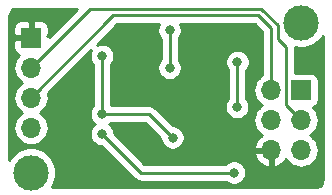
<source format=gbr>
G04 #@! TF.GenerationSoftware,KiCad,Pcbnew,(5.1.4)-1*
G04 #@! TF.CreationDate,2020-11-15T15:34:35+01:00*
G04 #@! TF.ProjectId,Sensorplatine,53656e73-6f72-4706-9c61-74696e652e6b,rev?*
G04 #@! TF.SameCoordinates,Original*
G04 #@! TF.FileFunction,Copper,L2,Bot*
G04 #@! TF.FilePolarity,Positive*
%FSLAX46Y46*%
G04 Gerber Fmt 4.6, Leading zero omitted, Abs format (unit mm)*
G04 Created by KiCad (PCBNEW (5.1.4)-1) date 2020-11-15 15:34:35*
%MOMM*%
%LPD*%
G04 APERTURE LIST*
%ADD10O,1.700000X1.700000*%
%ADD11R,1.700000X1.700000*%
%ADD12C,3.000000*%
%ADD13C,0.500000*%
%ADD14C,0.800000*%
%ADD15C,0.250000*%
%ADD16C,0.254000*%
G04 APERTURE END LIST*
D10*
X180340000Y-98425000D03*
X182880000Y-98425000D03*
X180340000Y-95885000D03*
X182880000Y-95885000D03*
X180340000Y-93345000D03*
D11*
X182880000Y-93345000D03*
X160020000Y-88900000D03*
D10*
X160020000Y-91440000D03*
X160020000Y-93980000D03*
X160020000Y-96520000D03*
D12*
X160020000Y-100330000D03*
X182880000Y-87630000D03*
D13*
X168410000Y-93980000D03*
X171880000Y-95370000D03*
X166860000Y-99380000D03*
D14*
X177490000Y-90960000D03*
X177480000Y-94770000D03*
X171750000Y-91450000D03*
X171750000Y-88275000D03*
X177200000Y-100330000D03*
X166010000Y-97040000D03*
X166017000Y-95377000D03*
X166020000Y-90440000D03*
X172000000Y-97360000D03*
D15*
X177480000Y-90970000D02*
X177490000Y-90960000D01*
X177480000Y-94770000D02*
X177480000Y-90970000D01*
X171750000Y-91450000D02*
X171750000Y-90550000D01*
X171750000Y-90550000D02*
X171750000Y-88275000D01*
X182880000Y-93970000D02*
X182880000Y-93980000D01*
X177200000Y-100330000D02*
X169300000Y-100330000D01*
X169300000Y-100330000D02*
X166010000Y-97040000D01*
X180340000Y-88100000D02*
X180340000Y-93345000D01*
X179260000Y-87020000D02*
X180340000Y-88100000D01*
X160020000Y-93980000D02*
X166980000Y-87020000D01*
X166980000Y-87020000D02*
X179260000Y-87020000D01*
X166017000Y-95377000D02*
X166017000Y-90443000D01*
X166017000Y-90443000D02*
X166020000Y-90440000D01*
X166017000Y-95377000D02*
X170017000Y-95377000D01*
X170017000Y-95377000D02*
X172000000Y-97360000D01*
X165020000Y-86440000D02*
X179480000Y-86440000D01*
X160020000Y-91440000D02*
X165020000Y-86440000D01*
X179480000Y-86440000D02*
X180910000Y-87870000D01*
X180910000Y-87870000D02*
X180910000Y-89020000D01*
X180910000Y-89020000D02*
X181610000Y-89720000D01*
X181610000Y-94615000D02*
X182880000Y-95885000D01*
X181610000Y-89720000D02*
X181610000Y-94615000D01*
D16*
G36*
X161505000Y-88880198D02*
G01*
X161505000Y-88772998D01*
X161346252Y-88772998D01*
X161505000Y-88614250D01*
X161508072Y-88050000D01*
X161495812Y-87925518D01*
X161459502Y-87805820D01*
X161400537Y-87695506D01*
X161321185Y-87598815D01*
X161224494Y-87519463D01*
X161114180Y-87460498D01*
X160994482Y-87424188D01*
X160870000Y-87411928D01*
X160305750Y-87415000D01*
X160147000Y-87573750D01*
X160147000Y-88773000D01*
X160167000Y-88773000D01*
X160167000Y-89027000D01*
X160147000Y-89027000D01*
X160147000Y-89047000D01*
X159893000Y-89047000D01*
X159893000Y-89027000D01*
X158693750Y-89027000D01*
X158535000Y-89185750D01*
X158531928Y-89750000D01*
X158544188Y-89874482D01*
X158580498Y-89994180D01*
X158639463Y-90104494D01*
X158718815Y-90201185D01*
X158815506Y-90280537D01*
X158925820Y-90339502D01*
X158994687Y-90360393D01*
X158964866Y-90384866D01*
X158779294Y-90610986D01*
X158641401Y-90868966D01*
X158556487Y-91148889D01*
X158527815Y-91440000D01*
X158556487Y-91731111D01*
X158641401Y-92011034D01*
X158779294Y-92269014D01*
X158964866Y-92495134D01*
X159190986Y-92680706D01*
X159245791Y-92710000D01*
X159190986Y-92739294D01*
X158964866Y-92924866D01*
X158779294Y-93150986D01*
X158641401Y-93408966D01*
X158556487Y-93688889D01*
X158527815Y-93980000D01*
X158556487Y-94271111D01*
X158641401Y-94551034D01*
X158779294Y-94809014D01*
X158964866Y-95035134D01*
X159190986Y-95220706D01*
X159245791Y-95250000D01*
X159190986Y-95279294D01*
X158964866Y-95464866D01*
X158779294Y-95690986D01*
X158641401Y-95948966D01*
X158556487Y-96228889D01*
X158527815Y-96520000D01*
X158556487Y-96811111D01*
X158641401Y-97091034D01*
X158779294Y-97349014D01*
X158964866Y-97575134D01*
X159190986Y-97760706D01*
X159448966Y-97898599D01*
X159728889Y-97983513D01*
X159947050Y-98005000D01*
X160092950Y-98005000D01*
X160311111Y-97983513D01*
X160591034Y-97898599D01*
X160849014Y-97760706D01*
X161075134Y-97575134D01*
X161260706Y-97349014D01*
X161398599Y-97091034D01*
X161483513Y-96811111D01*
X161512185Y-96520000D01*
X161483513Y-96228889D01*
X161398599Y-95948966D01*
X161260706Y-95690986D01*
X161075134Y-95464866D01*
X160849014Y-95279294D01*
X160794209Y-95250000D01*
X160849014Y-95220706D01*
X161075134Y-95035134D01*
X161260706Y-94809014D01*
X161398599Y-94551034D01*
X161483513Y-94271111D01*
X161512185Y-93980000D01*
X161483513Y-93688889D01*
X161460797Y-93614004D01*
X165087052Y-89987750D01*
X165024774Y-90138102D01*
X164985000Y-90338061D01*
X164985000Y-90541939D01*
X165024774Y-90741898D01*
X165102795Y-90930256D01*
X165216063Y-91099774D01*
X165257001Y-91140712D01*
X165257000Y-94673289D01*
X165213063Y-94717226D01*
X165099795Y-94886744D01*
X165021774Y-95075102D01*
X164982000Y-95275061D01*
X164982000Y-95478939D01*
X165021774Y-95678898D01*
X165099795Y-95867256D01*
X165213063Y-96036774D01*
X165357226Y-96180937D01*
X165394977Y-96206161D01*
X165350226Y-96236063D01*
X165206063Y-96380226D01*
X165092795Y-96549744D01*
X165014774Y-96738102D01*
X164975000Y-96938061D01*
X164975000Y-97141939D01*
X165014774Y-97341898D01*
X165092795Y-97530256D01*
X165206063Y-97699774D01*
X165350226Y-97843937D01*
X165519744Y-97957205D01*
X165708102Y-98035226D01*
X165908061Y-98075000D01*
X165970199Y-98075000D01*
X168736201Y-100841003D01*
X168759999Y-100870001D01*
X168788997Y-100893799D01*
X168875724Y-100964974D01*
X169007753Y-101035546D01*
X169151014Y-101079003D01*
X169300000Y-101093677D01*
X169337333Y-101090000D01*
X176496289Y-101090000D01*
X176540226Y-101133937D01*
X176709744Y-101247205D01*
X176898102Y-101325226D01*
X177098061Y-101365000D01*
X177301939Y-101365000D01*
X177501898Y-101325226D01*
X177690256Y-101247205D01*
X177859774Y-101133937D01*
X178003937Y-100989774D01*
X178117205Y-100820256D01*
X178195226Y-100631898D01*
X178235000Y-100431939D01*
X178235000Y-100228061D01*
X178195226Y-100028102D01*
X178117205Y-99839744D01*
X178003937Y-99670226D01*
X177859774Y-99526063D01*
X177690256Y-99412795D01*
X177501898Y-99334774D01*
X177301939Y-99295000D01*
X177098061Y-99295000D01*
X176898102Y-99334774D01*
X176709744Y-99412795D01*
X176540226Y-99526063D01*
X176496289Y-99570000D01*
X169614802Y-99570000D01*
X168826692Y-98781890D01*
X178898524Y-98781890D01*
X178943175Y-98929099D01*
X179068359Y-99191920D01*
X179242412Y-99425269D01*
X179458645Y-99620178D01*
X179708748Y-99769157D01*
X179983109Y-99866481D01*
X180213000Y-99745814D01*
X180213000Y-98552000D01*
X179019845Y-98552000D01*
X178898524Y-98781890D01*
X168826692Y-98781890D01*
X167045000Y-97000199D01*
X167045000Y-96938061D01*
X167005226Y-96738102D01*
X166927205Y-96549744D01*
X166813937Y-96380226D01*
X166669774Y-96236063D01*
X166632023Y-96210839D01*
X166676774Y-96180937D01*
X166720711Y-96137000D01*
X169702199Y-96137000D01*
X170965000Y-97399802D01*
X170965000Y-97461939D01*
X171004774Y-97661898D01*
X171082795Y-97850256D01*
X171196063Y-98019774D01*
X171340226Y-98163937D01*
X171509744Y-98277205D01*
X171698102Y-98355226D01*
X171898061Y-98395000D01*
X172101939Y-98395000D01*
X172301898Y-98355226D01*
X172490256Y-98277205D01*
X172659774Y-98163937D01*
X172803937Y-98019774D01*
X172917205Y-97850256D01*
X172995226Y-97661898D01*
X173035000Y-97461939D01*
X173035000Y-97258061D01*
X172995226Y-97058102D01*
X172917205Y-96869744D01*
X172803937Y-96700226D01*
X172659774Y-96556063D01*
X172490256Y-96442795D01*
X172301898Y-96364774D01*
X172101939Y-96325000D01*
X172039802Y-96325000D01*
X170580804Y-94866002D01*
X170557001Y-94836999D01*
X170441276Y-94742026D01*
X170309247Y-94671454D01*
X170298062Y-94668061D01*
X176445000Y-94668061D01*
X176445000Y-94871939D01*
X176484774Y-95071898D01*
X176562795Y-95260256D01*
X176676063Y-95429774D01*
X176820226Y-95573937D01*
X176989744Y-95687205D01*
X177178102Y-95765226D01*
X177378061Y-95805000D01*
X177581939Y-95805000D01*
X177781898Y-95765226D01*
X177970256Y-95687205D01*
X178139774Y-95573937D01*
X178283937Y-95429774D01*
X178397205Y-95260256D01*
X178475226Y-95071898D01*
X178515000Y-94871939D01*
X178515000Y-94668061D01*
X178475226Y-94468102D01*
X178397205Y-94279744D01*
X178283937Y-94110226D01*
X178240000Y-94066289D01*
X178240000Y-91673711D01*
X178293937Y-91619774D01*
X178407205Y-91450256D01*
X178485226Y-91261898D01*
X178525000Y-91061939D01*
X178525000Y-90858061D01*
X178485226Y-90658102D01*
X178407205Y-90469744D01*
X178293937Y-90300226D01*
X178149774Y-90156063D01*
X177980256Y-90042795D01*
X177791898Y-89964774D01*
X177591939Y-89925000D01*
X177388061Y-89925000D01*
X177188102Y-89964774D01*
X176999744Y-90042795D01*
X176830226Y-90156063D01*
X176686063Y-90300226D01*
X176572795Y-90469744D01*
X176494774Y-90658102D01*
X176455000Y-90858061D01*
X176455000Y-91061939D01*
X176494774Y-91261898D01*
X176572795Y-91450256D01*
X176686063Y-91619774D01*
X176720001Y-91653712D01*
X176720000Y-94066289D01*
X176676063Y-94110226D01*
X176562795Y-94279744D01*
X176484774Y-94468102D01*
X176445000Y-94668061D01*
X170298062Y-94668061D01*
X170165986Y-94627997D01*
X170054333Y-94617000D01*
X170054322Y-94617000D01*
X170017000Y-94613324D01*
X169979678Y-94617000D01*
X166777000Y-94617000D01*
X166777000Y-91146711D01*
X166823937Y-91099774D01*
X166937205Y-90930256D01*
X167015226Y-90741898D01*
X167055000Y-90541939D01*
X167055000Y-90338061D01*
X167015226Y-90138102D01*
X166937205Y-89949744D01*
X166823937Y-89780226D01*
X166679774Y-89636063D01*
X166510256Y-89522795D01*
X166321898Y-89444774D01*
X166121939Y-89405000D01*
X165918061Y-89405000D01*
X165718102Y-89444774D01*
X165567750Y-89507052D01*
X167294803Y-87780000D01*
X170835965Y-87780000D01*
X170832795Y-87784744D01*
X170754774Y-87973102D01*
X170715000Y-88173061D01*
X170715000Y-88376939D01*
X170754774Y-88576898D01*
X170832795Y-88765256D01*
X170946063Y-88934774D01*
X170990001Y-88978712D01*
X170990000Y-90512667D01*
X170990000Y-90746289D01*
X170946063Y-90790226D01*
X170832795Y-90959744D01*
X170754774Y-91148102D01*
X170715000Y-91348061D01*
X170715000Y-91551939D01*
X170754774Y-91751898D01*
X170832795Y-91940256D01*
X170946063Y-92109774D01*
X171090226Y-92253937D01*
X171259744Y-92367205D01*
X171448102Y-92445226D01*
X171648061Y-92485000D01*
X171851939Y-92485000D01*
X172051898Y-92445226D01*
X172240256Y-92367205D01*
X172409774Y-92253937D01*
X172553937Y-92109774D01*
X172667205Y-91940256D01*
X172745226Y-91751898D01*
X172785000Y-91551939D01*
X172785000Y-91348061D01*
X172745226Y-91148102D01*
X172667205Y-90959744D01*
X172553937Y-90790226D01*
X172510000Y-90746289D01*
X172510000Y-88978711D01*
X172553937Y-88934774D01*
X172667205Y-88765256D01*
X172745226Y-88576898D01*
X172785000Y-88376939D01*
X172785000Y-88173061D01*
X172745226Y-87973102D01*
X172667205Y-87784744D01*
X172664035Y-87780000D01*
X178945199Y-87780000D01*
X179580000Y-88414802D01*
X179580001Y-92067405D01*
X179510986Y-92104294D01*
X179284866Y-92289866D01*
X179099294Y-92515986D01*
X178961401Y-92773966D01*
X178876487Y-93053889D01*
X178847815Y-93345000D01*
X178876487Y-93636111D01*
X178961401Y-93916034D01*
X179099294Y-94174014D01*
X179284866Y-94400134D01*
X179510986Y-94585706D01*
X179565791Y-94615000D01*
X179510986Y-94644294D01*
X179284866Y-94829866D01*
X179099294Y-95055986D01*
X178961401Y-95313966D01*
X178876487Y-95593889D01*
X178847815Y-95885000D01*
X178876487Y-96176111D01*
X178961401Y-96456034D01*
X179099294Y-96714014D01*
X179284866Y-96940134D01*
X179510986Y-97125706D01*
X179575523Y-97160201D01*
X179458645Y-97229822D01*
X179242412Y-97424731D01*
X179068359Y-97658080D01*
X178943175Y-97920901D01*
X178898524Y-98068110D01*
X179019845Y-98298000D01*
X180213000Y-98298000D01*
X180213000Y-98278000D01*
X180467000Y-98278000D01*
X180467000Y-98298000D01*
X180487000Y-98298000D01*
X180487000Y-98552000D01*
X180467000Y-98552000D01*
X180467000Y-99745814D01*
X180696891Y-99866481D01*
X180971252Y-99769157D01*
X181221355Y-99620178D01*
X181437588Y-99425269D01*
X181608416Y-99196244D01*
X181639294Y-99254014D01*
X181824866Y-99480134D01*
X182050986Y-99665706D01*
X182308966Y-99803599D01*
X182588889Y-99888513D01*
X182807050Y-99910000D01*
X182952950Y-99910000D01*
X183171111Y-99888513D01*
X183451034Y-99803599D01*
X183709014Y-99665706D01*
X183935134Y-99480134D01*
X184120706Y-99254014D01*
X184258599Y-98996034D01*
X184343513Y-98716111D01*
X184372185Y-98425000D01*
X184343513Y-98133889D01*
X184258599Y-97853966D01*
X184120706Y-97595986D01*
X183935134Y-97369866D01*
X183709014Y-97184294D01*
X183654209Y-97155000D01*
X183709014Y-97125706D01*
X183935134Y-96940134D01*
X184120706Y-96714014D01*
X184258599Y-96456034D01*
X184343513Y-96176111D01*
X184372185Y-95885000D01*
X184343513Y-95593889D01*
X184258599Y-95313966D01*
X184120706Y-95055986D01*
X183935134Y-94829866D01*
X183905313Y-94805393D01*
X183974180Y-94784502D01*
X184084494Y-94725537D01*
X184181185Y-94646185D01*
X184260537Y-94549494D01*
X184319502Y-94439180D01*
X184355812Y-94319482D01*
X184368072Y-94195000D01*
X184368072Y-92495000D01*
X184355812Y-92370518D01*
X184319502Y-92250820D01*
X184260537Y-92140506D01*
X184181185Y-92043815D01*
X184084494Y-91964463D01*
X183974180Y-91905498D01*
X183854482Y-91869188D01*
X183730000Y-91856928D01*
X182370000Y-91856928D01*
X182370000Y-89757322D01*
X182373676Y-89719999D01*
X182372281Y-89705835D01*
X182669721Y-89765000D01*
X183090279Y-89765000D01*
X183502756Y-89682953D01*
X183891302Y-89522012D01*
X184240983Y-89288363D01*
X184538363Y-88990983D01*
X184710000Y-88734109D01*
X184710001Y-100930270D01*
X184695995Y-101073109D01*
X184664599Y-101177099D01*
X184613601Y-101273013D01*
X184544941Y-101357199D01*
X184461243Y-101426439D01*
X184365689Y-101478105D01*
X184261922Y-101510227D01*
X184121359Y-101525000D01*
X161789269Y-101525000D01*
X161912012Y-101341302D01*
X162072953Y-100952756D01*
X162155000Y-100540279D01*
X162155000Y-100119721D01*
X162072953Y-99707244D01*
X161912012Y-99318698D01*
X161678363Y-98969017D01*
X161380983Y-98671637D01*
X161031302Y-98437988D01*
X160642756Y-98277047D01*
X160230279Y-98195000D01*
X159809721Y-98195000D01*
X159397244Y-98277047D01*
X159008698Y-98437988D01*
X158659017Y-98671637D01*
X158361637Y-98969017D01*
X158190000Y-99225890D01*
X158190000Y-88050000D01*
X158531928Y-88050000D01*
X158535000Y-88614250D01*
X158693750Y-88773000D01*
X159893000Y-88773000D01*
X159893000Y-87573750D01*
X159734250Y-87415000D01*
X159170000Y-87411928D01*
X159045518Y-87424188D01*
X158925820Y-87460498D01*
X158815506Y-87519463D01*
X158718815Y-87598815D01*
X158639463Y-87695506D01*
X158580498Y-87805820D01*
X158544188Y-87925518D01*
X158531928Y-88050000D01*
X158190000Y-88050000D01*
X158190000Y-87029720D01*
X158204005Y-86886891D01*
X158235402Y-86782899D01*
X158286399Y-86686986D01*
X158355055Y-86602806D01*
X158438758Y-86533560D01*
X158534311Y-86481895D01*
X158638078Y-86449773D01*
X158778641Y-86435000D01*
X163950198Y-86435000D01*
X161505000Y-88880198D01*
X161505000Y-88880198D01*
G37*
X161505000Y-88880198D02*
X161505000Y-88772998D01*
X161346252Y-88772998D01*
X161505000Y-88614250D01*
X161508072Y-88050000D01*
X161495812Y-87925518D01*
X161459502Y-87805820D01*
X161400537Y-87695506D01*
X161321185Y-87598815D01*
X161224494Y-87519463D01*
X161114180Y-87460498D01*
X160994482Y-87424188D01*
X160870000Y-87411928D01*
X160305750Y-87415000D01*
X160147000Y-87573750D01*
X160147000Y-88773000D01*
X160167000Y-88773000D01*
X160167000Y-89027000D01*
X160147000Y-89027000D01*
X160147000Y-89047000D01*
X159893000Y-89047000D01*
X159893000Y-89027000D01*
X158693750Y-89027000D01*
X158535000Y-89185750D01*
X158531928Y-89750000D01*
X158544188Y-89874482D01*
X158580498Y-89994180D01*
X158639463Y-90104494D01*
X158718815Y-90201185D01*
X158815506Y-90280537D01*
X158925820Y-90339502D01*
X158994687Y-90360393D01*
X158964866Y-90384866D01*
X158779294Y-90610986D01*
X158641401Y-90868966D01*
X158556487Y-91148889D01*
X158527815Y-91440000D01*
X158556487Y-91731111D01*
X158641401Y-92011034D01*
X158779294Y-92269014D01*
X158964866Y-92495134D01*
X159190986Y-92680706D01*
X159245791Y-92710000D01*
X159190986Y-92739294D01*
X158964866Y-92924866D01*
X158779294Y-93150986D01*
X158641401Y-93408966D01*
X158556487Y-93688889D01*
X158527815Y-93980000D01*
X158556487Y-94271111D01*
X158641401Y-94551034D01*
X158779294Y-94809014D01*
X158964866Y-95035134D01*
X159190986Y-95220706D01*
X159245791Y-95250000D01*
X159190986Y-95279294D01*
X158964866Y-95464866D01*
X158779294Y-95690986D01*
X158641401Y-95948966D01*
X158556487Y-96228889D01*
X158527815Y-96520000D01*
X158556487Y-96811111D01*
X158641401Y-97091034D01*
X158779294Y-97349014D01*
X158964866Y-97575134D01*
X159190986Y-97760706D01*
X159448966Y-97898599D01*
X159728889Y-97983513D01*
X159947050Y-98005000D01*
X160092950Y-98005000D01*
X160311111Y-97983513D01*
X160591034Y-97898599D01*
X160849014Y-97760706D01*
X161075134Y-97575134D01*
X161260706Y-97349014D01*
X161398599Y-97091034D01*
X161483513Y-96811111D01*
X161512185Y-96520000D01*
X161483513Y-96228889D01*
X161398599Y-95948966D01*
X161260706Y-95690986D01*
X161075134Y-95464866D01*
X160849014Y-95279294D01*
X160794209Y-95250000D01*
X160849014Y-95220706D01*
X161075134Y-95035134D01*
X161260706Y-94809014D01*
X161398599Y-94551034D01*
X161483513Y-94271111D01*
X161512185Y-93980000D01*
X161483513Y-93688889D01*
X161460797Y-93614004D01*
X165087052Y-89987750D01*
X165024774Y-90138102D01*
X164985000Y-90338061D01*
X164985000Y-90541939D01*
X165024774Y-90741898D01*
X165102795Y-90930256D01*
X165216063Y-91099774D01*
X165257001Y-91140712D01*
X165257000Y-94673289D01*
X165213063Y-94717226D01*
X165099795Y-94886744D01*
X165021774Y-95075102D01*
X164982000Y-95275061D01*
X164982000Y-95478939D01*
X165021774Y-95678898D01*
X165099795Y-95867256D01*
X165213063Y-96036774D01*
X165357226Y-96180937D01*
X165394977Y-96206161D01*
X165350226Y-96236063D01*
X165206063Y-96380226D01*
X165092795Y-96549744D01*
X165014774Y-96738102D01*
X164975000Y-96938061D01*
X164975000Y-97141939D01*
X165014774Y-97341898D01*
X165092795Y-97530256D01*
X165206063Y-97699774D01*
X165350226Y-97843937D01*
X165519744Y-97957205D01*
X165708102Y-98035226D01*
X165908061Y-98075000D01*
X165970199Y-98075000D01*
X168736201Y-100841003D01*
X168759999Y-100870001D01*
X168788997Y-100893799D01*
X168875724Y-100964974D01*
X169007753Y-101035546D01*
X169151014Y-101079003D01*
X169300000Y-101093677D01*
X169337333Y-101090000D01*
X176496289Y-101090000D01*
X176540226Y-101133937D01*
X176709744Y-101247205D01*
X176898102Y-101325226D01*
X177098061Y-101365000D01*
X177301939Y-101365000D01*
X177501898Y-101325226D01*
X177690256Y-101247205D01*
X177859774Y-101133937D01*
X178003937Y-100989774D01*
X178117205Y-100820256D01*
X178195226Y-100631898D01*
X178235000Y-100431939D01*
X178235000Y-100228061D01*
X178195226Y-100028102D01*
X178117205Y-99839744D01*
X178003937Y-99670226D01*
X177859774Y-99526063D01*
X177690256Y-99412795D01*
X177501898Y-99334774D01*
X177301939Y-99295000D01*
X177098061Y-99295000D01*
X176898102Y-99334774D01*
X176709744Y-99412795D01*
X176540226Y-99526063D01*
X176496289Y-99570000D01*
X169614802Y-99570000D01*
X168826692Y-98781890D01*
X178898524Y-98781890D01*
X178943175Y-98929099D01*
X179068359Y-99191920D01*
X179242412Y-99425269D01*
X179458645Y-99620178D01*
X179708748Y-99769157D01*
X179983109Y-99866481D01*
X180213000Y-99745814D01*
X180213000Y-98552000D01*
X179019845Y-98552000D01*
X178898524Y-98781890D01*
X168826692Y-98781890D01*
X167045000Y-97000199D01*
X167045000Y-96938061D01*
X167005226Y-96738102D01*
X166927205Y-96549744D01*
X166813937Y-96380226D01*
X166669774Y-96236063D01*
X166632023Y-96210839D01*
X166676774Y-96180937D01*
X166720711Y-96137000D01*
X169702199Y-96137000D01*
X170965000Y-97399802D01*
X170965000Y-97461939D01*
X171004774Y-97661898D01*
X171082795Y-97850256D01*
X171196063Y-98019774D01*
X171340226Y-98163937D01*
X171509744Y-98277205D01*
X171698102Y-98355226D01*
X171898061Y-98395000D01*
X172101939Y-98395000D01*
X172301898Y-98355226D01*
X172490256Y-98277205D01*
X172659774Y-98163937D01*
X172803937Y-98019774D01*
X172917205Y-97850256D01*
X172995226Y-97661898D01*
X173035000Y-97461939D01*
X173035000Y-97258061D01*
X172995226Y-97058102D01*
X172917205Y-96869744D01*
X172803937Y-96700226D01*
X172659774Y-96556063D01*
X172490256Y-96442795D01*
X172301898Y-96364774D01*
X172101939Y-96325000D01*
X172039802Y-96325000D01*
X170580804Y-94866002D01*
X170557001Y-94836999D01*
X170441276Y-94742026D01*
X170309247Y-94671454D01*
X170298062Y-94668061D01*
X176445000Y-94668061D01*
X176445000Y-94871939D01*
X176484774Y-95071898D01*
X176562795Y-95260256D01*
X176676063Y-95429774D01*
X176820226Y-95573937D01*
X176989744Y-95687205D01*
X177178102Y-95765226D01*
X177378061Y-95805000D01*
X177581939Y-95805000D01*
X177781898Y-95765226D01*
X177970256Y-95687205D01*
X178139774Y-95573937D01*
X178283937Y-95429774D01*
X178397205Y-95260256D01*
X178475226Y-95071898D01*
X178515000Y-94871939D01*
X178515000Y-94668061D01*
X178475226Y-94468102D01*
X178397205Y-94279744D01*
X178283937Y-94110226D01*
X178240000Y-94066289D01*
X178240000Y-91673711D01*
X178293937Y-91619774D01*
X178407205Y-91450256D01*
X178485226Y-91261898D01*
X178525000Y-91061939D01*
X178525000Y-90858061D01*
X178485226Y-90658102D01*
X178407205Y-90469744D01*
X178293937Y-90300226D01*
X178149774Y-90156063D01*
X177980256Y-90042795D01*
X177791898Y-89964774D01*
X177591939Y-89925000D01*
X177388061Y-89925000D01*
X177188102Y-89964774D01*
X176999744Y-90042795D01*
X176830226Y-90156063D01*
X176686063Y-90300226D01*
X176572795Y-90469744D01*
X176494774Y-90658102D01*
X176455000Y-90858061D01*
X176455000Y-91061939D01*
X176494774Y-91261898D01*
X176572795Y-91450256D01*
X176686063Y-91619774D01*
X176720001Y-91653712D01*
X176720000Y-94066289D01*
X176676063Y-94110226D01*
X176562795Y-94279744D01*
X176484774Y-94468102D01*
X176445000Y-94668061D01*
X170298062Y-94668061D01*
X170165986Y-94627997D01*
X170054333Y-94617000D01*
X170054322Y-94617000D01*
X170017000Y-94613324D01*
X169979678Y-94617000D01*
X166777000Y-94617000D01*
X166777000Y-91146711D01*
X166823937Y-91099774D01*
X166937205Y-90930256D01*
X167015226Y-90741898D01*
X167055000Y-90541939D01*
X167055000Y-90338061D01*
X167015226Y-90138102D01*
X166937205Y-89949744D01*
X166823937Y-89780226D01*
X166679774Y-89636063D01*
X166510256Y-89522795D01*
X166321898Y-89444774D01*
X166121939Y-89405000D01*
X165918061Y-89405000D01*
X165718102Y-89444774D01*
X165567750Y-89507052D01*
X167294803Y-87780000D01*
X170835965Y-87780000D01*
X170832795Y-87784744D01*
X170754774Y-87973102D01*
X170715000Y-88173061D01*
X170715000Y-88376939D01*
X170754774Y-88576898D01*
X170832795Y-88765256D01*
X170946063Y-88934774D01*
X170990001Y-88978712D01*
X170990000Y-90512667D01*
X170990000Y-90746289D01*
X170946063Y-90790226D01*
X170832795Y-90959744D01*
X170754774Y-91148102D01*
X170715000Y-91348061D01*
X170715000Y-91551939D01*
X170754774Y-91751898D01*
X170832795Y-91940256D01*
X170946063Y-92109774D01*
X171090226Y-92253937D01*
X171259744Y-92367205D01*
X171448102Y-92445226D01*
X171648061Y-92485000D01*
X171851939Y-92485000D01*
X172051898Y-92445226D01*
X172240256Y-92367205D01*
X172409774Y-92253937D01*
X172553937Y-92109774D01*
X172667205Y-91940256D01*
X172745226Y-91751898D01*
X172785000Y-91551939D01*
X172785000Y-91348061D01*
X172745226Y-91148102D01*
X172667205Y-90959744D01*
X172553937Y-90790226D01*
X172510000Y-90746289D01*
X172510000Y-88978711D01*
X172553937Y-88934774D01*
X172667205Y-88765256D01*
X172745226Y-88576898D01*
X172785000Y-88376939D01*
X172785000Y-88173061D01*
X172745226Y-87973102D01*
X172667205Y-87784744D01*
X172664035Y-87780000D01*
X178945199Y-87780000D01*
X179580000Y-88414802D01*
X179580001Y-92067405D01*
X179510986Y-92104294D01*
X179284866Y-92289866D01*
X179099294Y-92515986D01*
X178961401Y-92773966D01*
X178876487Y-93053889D01*
X178847815Y-93345000D01*
X178876487Y-93636111D01*
X178961401Y-93916034D01*
X179099294Y-94174014D01*
X179284866Y-94400134D01*
X179510986Y-94585706D01*
X179565791Y-94615000D01*
X179510986Y-94644294D01*
X179284866Y-94829866D01*
X179099294Y-95055986D01*
X178961401Y-95313966D01*
X178876487Y-95593889D01*
X178847815Y-95885000D01*
X178876487Y-96176111D01*
X178961401Y-96456034D01*
X179099294Y-96714014D01*
X179284866Y-96940134D01*
X179510986Y-97125706D01*
X179575523Y-97160201D01*
X179458645Y-97229822D01*
X179242412Y-97424731D01*
X179068359Y-97658080D01*
X178943175Y-97920901D01*
X178898524Y-98068110D01*
X179019845Y-98298000D01*
X180213000Y-98298000D01*
X180213000Y-98278000D01*
X180467000Y-98278000D01*
X180467000Y-98298000D01*
X180487000Y-98298000D01*
X180487000Y-98552000D01*
X180467000Y-98552000D01*
X180467000Y-99745814D01*
X180696891Y-99866481D01*
X180971252Y-99769157D01*
X181221355Y-99620178D01*
X181437588Y-99425269D01*
X181608416Y-99196244D01*
X181639294Y-99254014D01*
X181824866Y-99480134D01*
X182050986Y-99665706D01*
X182308966Y-99803599D01*
X182588889Y-99888513D01*
X182807050Y-99910000D01*
X182952950Y-99910000D01*
X183171111Y-99888513D01*
X183451034Y-99803599D01*
X183709014Y-99665706D01*
X183935134Y-99480134D01*
X184120706Y-99254014D01*
X184258599Y-98996034D01*
X184343513Y-98716111D01*
X184372185Y-98425000D01*
X184343513Y-98133889D01*
X184258599Y-97853966D01*
X184120706Y-97595986D01*
X183935134Y-97369866D01*
X183709014Y-97184294D01*
X183654209Y-97155000D01*
X183709014Y-97125706D01*
X183935134Y-96940134D01*
X184120706Y-96714014D01*
X184258599Y-96456034D01*
X184343513Y-96176111D01*
X184372185Y-95885000D01*
X184343513Y-95593889D01*
X184258599Y-95313966D01*
X184120706Y-95055986D01*
X183935134Y-94829866D01*
X183905313Y-94805393D01*
X183974180Y-94784502D01*
X184084494Y-94725537D01*
X184181185Y-94646185D01*
X184260537Y-94549494D01*
X184319502Y-94439180D01*
X184355812Y-94319482D01*
X184368072Y-94195000D01*
X184368072Y-92495000D01*
X184355812Y-92370518D01*
X184319502Y-92250820D01*
X184260537Y-92140506D01*
X184181185Y-92043815D01*
X184084494Y-91964463D01*
X183974180Y-91905498D01*
X183854482Y-91869188D01*
X183730000Y-91856928D01*
X182370000Y-91856928D01*
X182370000Y-89757322D01*
X182373676Y-89719999D01*
X182372281Y-89705835D01*
X182669721Y-89765000D01*
X183090279Y-89765000D01*
X183502756Y-89682953D01*
X183891302Y-89522012D01*
X184240983Y-89288363D01*
X184538363Y-88990983D01*
X184710000Y-88734109D01*
X184710001Y-100930270D01*
X184695995Y-101073109D01*
X184664599Y-101177099D01*
X184613601Y-101273013D01*
X184544941Y-101357199D01*
X184461243Y-101426439D01*
X184365689Y-101478105D01*
X184261922Y-101510227D01*
X184121359Y-101525000D01*
X161789269Y-101525000D01*
X161912012Y-101341302D01*
X162072953Y-100952756D01*
X162155000Y-100540279D01*
X162155000Y-100119721D01*
X162072953Y-99707244D01*
X161912012Y-99318698D01*
X161678363Y-98969017D01*
X161380983Y-98671637D01*
X161031302Y-98437988D01*
X160642756Y-98277047D01*
X160230279Y-98195000D01*
X159809721Y-98195000D01*
X159397244Y-98277047D01*
X159008698Y-98437988D01*
X158659017Y-98671637D01*
X158361637Y-98969017D01*
X158190000Y-99225890D01*
X158190000Y-88050000D01*
X158531928Y-88050000D01*
X158535000Y-88614250D01*
X158693750Y-88773000D01*
X159893000Y-88773000D01*
X159893000Y-87573750D01*
X159734250Y-87415000D01*
X159170000Y-87411928D01*
X159045518Y-87424188D01*
X158925820Y-87460498D01*
X158815506Y-87519463D01*
X158718815Y-87598815D01*
X158639463Y-87695506D01*
X158580498Y-87805820D01*
X158544188Y-87925518D01*
X158531928Y-88050000D01*
X158190000Y-88050000D01*
X158190000Y-87029720D01*
X158204005Y-86886891D01*
X158235402Y-86782899D01*
X158286399Y-86686986D01*
X158355055Y-86602806D01*
X158438758Y-86533560D01*
X158534311Y-86481895D01*
X158638078Y-86449773D01*
X158778641Y-86435000D01*
X163950198Y-86435000D01*
X161505000Y-88880198D01*
M02*

</source>
